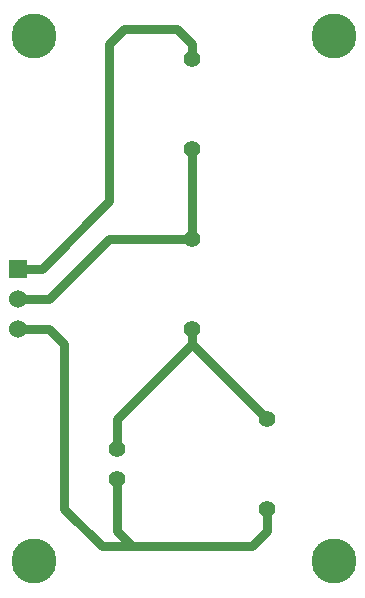
<source format=gtl>
G04 (created by PCBNEW (2013-jul-07)-stable) date Mon 21 Nov 2016 11:31:40 AM PST*
%MOIN*%
G04 Gerber Fmt 3.4, Leading zero omitted, Abs format*
%FSLAX34Y34*%
G01*
G70*
G90*
G04 APERTURE LIST*
%ADD10C,0.00590551*%
%ADD11C,0.055*%
%ADD12R,0.06X0.06*%
%ADD13C,0.06*%
%ADD14C,0.15*%
%ADD15C,0.03*%
G04 APERTURE END LIST*
G54D10*
G54D11*
X36500Y-32000D03*
X36500Y-35000D03*
X36500Y-38000D03*
X36500Y-41000D03*
X39000Y-44000D03*
X39000Y-47000D03*
G54D12*
X30700Y-39000D03*
G54D13*
X30700Y-40000D03*
X30700Y-41000D03*
G54D11*
X34000Y-45000D03*
X34000Y-46000D03*
G54D14*
X31250Y-31250D03*
X41250Y-31250D03*
X41250Y-48750D03*
X31250Y-48750D03*
G54D15*
X30700Y-39000D02*
X31500Y-39000D01*
X36500Y-31500D02*
X36500Y-32000D01*
X36000Y-31000D02*
X36500Y-31500D01*
X34250Y-31000D02*
X36000Y-31000D01*
X33750Y-31500D02*
X34250Y-31000D01*
X33750Y-36750D02*
X33750Y-31500D01*
X31500Y-39000D02*
X33750Y-36750D01*
X36500Y-38000D02*
X33750Y-38000D01*
X31750Y-40000D02*
X30700Y-40000D01*
X33750Y-38000D02*
X31750Y-40000D01*
X36500Y-35000D02*
X36500Y-38000D01*
X34500Y-48250D02*
X33500Y-48250D01*
X31750Y-41000D02*
X30700Y-41000D01*
X32250Y-41500D02*
X31750Y-41000D01*
X32250Y-47000D02*
X32250Y-41500D01*
X33500Y-48250D02*
X32250Y-47000D01*
X39000Y-47000D02*
X39000Y-47750D01*
X34000Y-47750D02*
X34000Y-46000D01*
X34500Y-48250D02*
X34000Y-47750D01*
X38500Y-48250D02*
X34500Y-48250D01*
X39000Y-47750D02*
X38500Y-48250D01*
X34000Y-45000D02*
X34000Y-44000D01*
X34000Y-44000D02*
X36500Y-41500D01*
X36500Y-41000D02*
X36500Y-41500D01*
X36500Y-41500D02*
X39000Y-44000D01*
M02*

</source>
